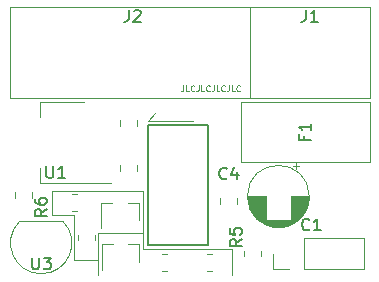
<source format=gto>
%TF.GenerationSoftware,KiCad,Pcbnew,(5.1.5)-3*%
%TF.CreationDate,2021-10-08T15:08:23+02:00*%
%TF.ProjectId,esp01-ws2812b-breakout,65737030-312d-4777-9332-383132622d62,rev?*%
%TF.SameCoordinates,Original*%
%TF.FileFunction,Legend,Top*%
%TF.FilePolarity,Positive*%
%FSLAX46Y46*%
G04 Gerber Fmt 4.6, Leading zero omitted, Abs format (unit mm)*
G04 Created by KiCad (PCBNEW (5.1.5)-3) date 2021-10-08 15:08:23*
%MOMM*%
%LPD*%
G04 APERTURE LIST*
%ADD10C,0.120000*%
%ADD11C,0.100000*%
%ADD12C,0.152400*%
%ADD13C,0.150000*%
G04 APERTURE END LIST*
D10*
X157353000Y-100838000D02*
X159385000Y-100838000D01*
X157353000Y-97028000D02*
X157353000Y-100838000D01*
X155448000Y-97028000D02*
X157353000Y-97028000D01*
X155448000Y-94996000D02*
X155448000Y-97028000D01*
X163195000Y-94996000D02*
X155448000Y-94996000D01*
X163195000Y-98552000D02*
X163195000Y-94996000D01*
X170688000Y-99949000D02*
X170688000Y-102108000D01*
X163195000Y-99949000D02*
X170688000Y-99949000D01*
X163195000Y-98552000D02*
X163195000Y-99949000D01*
X159385000Y-98552000D02*
X163195000Y-98552000D01*
X159385000Y-102108000D02*
X159385000Y-98552000D01*
D11*
X166600476Y-86086190D02*
X166600476Y-86443333D01*
X166576666Y-86514761D01*
X166529047Y-86562380D01*
X166457619Y-86586190D01*
X166410000Y-86586190D01*
X167076666Y-86586190D02*
X166838571Y-86586190D01*
X166838571Y-86086190D01*
X167529047Y-86538571D02*
X167505238Y-86562380D01*
X167433809Y-86586190D01*
X167386190Y-86586190D01*
X167314761Y-86562380D01*
X167267142Y-86514761D01*
X167243333Y-86467142D01*
X167219523Y-86371904D01*
X167219523Y-86300476D01*
X167243333Y-86205238D01*
X167267142Y-86157619D01*
X167314761Y-86110000D01*
X167386190Y-86086190D01*
X167433809Y-86086190D01*
X167505238Y-86110000D01*
X167529047Y-86133809D01*
X167886190Y-86086190D02*
X167886190Y-86443333D01*
X167862380Y-86514761D01*
X167814761Y-86562380D01*
X167743333Y-86586190D01*
X167695714Y-86586190D01*
X168362380Y-86586190D02*
X168124285Y-86586190D01*
X168124285Y-86086190D01*
X168814761Y-86538571D02*
X168790952Y-86562380D01*
X168719523Y-86586190D01*
X168671904Y-86586190D01*
X168600476Y-86562380D01*
X168552857Y-86514761D01*
X168529047Y-86467142D01*
X168505238Y-86371904D01*
X168505238Y-86300476D01*
X168529047Y-86205238D01*
X168552857Y-86157619D01*
X168600476Y-86110000D01*
X168671904Y-86086190D01*
X168719523Y-86086190D01*
X168790952Y-86110000D01*
X168814761Y-86133809D01*
X169171904Y-86086190D02*
X169171904Y-86443333D01*
X169148095Y-86514761D01*
X169100476Y-86562380D01*
X169029047Y-86586190D01*
X168981428Y-86586190D01*
X169648095Y-86586190D02*
X169410000Y-86586190D01*
X169410000Y-86086190D01*
X170100476Y-86538571D02*
X170076666Y-86562380D01*
X170005238Y-86586190D01*
X169957619Y-86586190D01*
X169886190Y-86562380D01*
X169838571Y-86514761D01*
X169814761Y-86467142D01*
X169790952Y-86371904D01*
X169790952Y-86300476D01*
X169814761Y-86205238D01*
X169838571Y-86157619D01*
X169886190Y-86110000D01*
X169957619Y-86086190D01*
X170005238Y-86086190D01*
X170076666Y-86110000D01*
X170100476Y-86133809D01*
X170457619Y-86086190D02*
X170457619Y-86443333D01*
X170433809Y-86514761D01*
X170386190Y-86562380D01*
X170314761Y-86586190D01*
X170267142Y-86586190D01*
X170933809Y-86586190D02*
X170695714Y-86586190D01*
X170695714Y-86086190D01*
X171386190Y-86538571D02*
X171362380Y-86562380D01*
X171290952Y-86586190D01*
X171243333Y-86586190D01*
X171171904Y-86562380D01*
X171124285Y-86514761D01*
X171100476Y-86467142D01*
X171076666Y-86371904D01*
X171076666Y-86300476D01*
X171100476Y-86205238D01*
X171124285Y-86157619D01*
X171171904Y-86110000D01*
X171243333Y-86086190D01*
X171290952Y-86086190D01*
X171362380Y-86110000D01*
X171386190Y-86133809D01*
D12*
%TO.C,U2*%
X163576000Y-99568000D02*
X166116000Y-99568000D01*
X163576000Y-89408000D02*
X163576000Y-99568000D01*
X168656000Y-89408000D02*
X163576000Y-89408000D01*
X168656000Y-97028000D02*
X168656000Y-89408000D01*
X168656000Y-99568000D02*
X168656000Y-97028000D01*
X166116000Y-99568000D02*
X168656000Y-99568000D01*
D10*
X167386000Y-89090500D02*
X163576000Y-89090500D01*
X163576000Y-89090500D02*
X164211000Y-88455500D01*
%TO.C,J1*%
X182372000Y-87185500D02*
X172212000Y-87185500D01*
X172212000Y-87185500D02*
X172212000Y-79438500D01*
X172212000Y-79438500D02*
X182372000Y-79438500D01*
X182372000Y-79438500D02*
X182372000Y-87185500D01*
%TO.C,J2*%
X162052000Y-87185500D02*
X151892000Y-87185500D01*
X151892000Y-87185500D02*
X151892000Y-79438500D01*
X151892000Y-79438500D02*
X162052000Y-79438500D01*
X172212000Y-79438500D02*
X172212000Y-87185500D01*
X162052000Y-79438500D02*
X172212000Y-79438500D01*
X172212000Y-87185500D02*
X162052000Y-87185500D01*
%TO.C,J3*%
X181924000Y-101660000D02*
X181924000Y-99000000D01*
X176784000Y-101660000D02*
X181924000Y-101660000D01*
X176784000Y-99000000D02*
X181924000Y-99000000D01*
X176784000Y-101660000D02*
X176784000Y-99000000D01*
X175514000Y-101660000D02*
X174184000Y-101660000D01*
X174184000Y-101660000D02*
X174184000Y-100330000D01*
%TO.C,U1*%
X154452000Y-87522000D02*
X154452000Y-88782000D01*
X154452000Y-94342000D02*
X154452000Y-93082000D01*
X158212000Y-87522000D02*
X154452000Y-87522000D01*
X160462000Y-94342000D02*
X154452000Y-94342000D01*
%TO.C,U3*%
X156359000Y-97591000D02*
X152759000Y-97591000D01*
X156397478Y-97602522D02*
G75*
G02X154559000Y-102041000I-1838478J-1838478D01*
G01*
X152720522Y-97602522D02*
G75*
G03X154559000Y-102041000I1838478J-1838478D01*
G01*
%TO.C,Q1*%
X162809000Y-96030000D02*
X161879000Y-96030000D01*
X159649000Y-96030000D02*
X160579000Y-96030000D01*
X159649000Y-96030000D02*
X159649000Y-98190000D01*
X162809000Y-96030000D02*
X162809000Y-97490000D01*
%TO.C,Q2*%
X162870000Y-99554000D02*
X162870000Y-101014000D01*
X159710000Y-99554000D02*
X159710000Y-101714000D01*
X159710000Y-99554000D02*
X160640000Y-99554000D01*
X162870000Y-99554000D02*
X161940000Y-99554000D01*
%TO.C,C1*%
X176350000Y-92933225D02*
X175850000Y-92933225D01*
X176100000Y-92683225D02*
X176100000Y-93183225D01*
X174909000Y-98089000D02*
X174341000Y-98089000D01*
X175143000Y-98049000D02*
X174107000Y-98049000D01*
X175302000Y-98009000D02*
X173948000Y-98009000D01*
X175430000Y-97969000D02*
X173820000Y-97969000D01*
X175540000Y-97929000D02*
X173710000Y-97929000D01*
X175636000Y-97889000D02*
X173614000Y-97889000D01*
X175723000Y-97849000D02*
X173527000Y-97849000D01*
X175803000Y-97809000D02*
X173447000Y-97809000D01*
X175876000Y-97769000D02*
X173374000Y-97769000D01*
X175944000Y-97729000D02*
X173306000Y-97729000D01*
X176008000Y-97689000D02*
X173242000Y-97689000D01*
X176068000Y-97649000D02*
X173182000Y-97649000D01*
X176125000Y-97609000D02*
X173125000Y-97609000D01*
X176179000Y-97569000D02*
X173071000Y-97569000D01*
X176230000Y-97529000D02*
X173020000Y-97529000D01*
X173585000Y-97489000D02*
X172972000Y-97489000D01*
X176278000Y-97489000D02*
X175665000Y-97489000D01*
X173585000Y-97449000D02*
X172926000Y-97449000D01*
X176324000Y-97449000D02*
X175665000Y-97449000D01*
X173585000Y-97409000D02*
X172882000Y-97409000D01*
X176368000Y-97409000D02*
X175665000Y-97409000D01*
X173585000Y-97369000D02*
X172840000Y-97369000D01*
X176410000Y-97369000D02*
X175665000Y-97369000D01*
X173585000Y-97329000D02*
X172799000Y-97329000D01*
X176451000Y-97329000D02*
X175665000Y-97329000D01*
X173585000Y-97289000D02*
X172761000Y-97289000D01*
X176489000Y-97289000D02*
X175665000Y-97289000D01*
X173585000Y-97249000D02*
X172724000Y-97249000D01*
X176526000Y-97249000D02*
X175665000Y-97249000D01*
X173585000Y-97209000D02*
X172688000Y-97209000D01*
X176562000Y-97209000D02*
X175665000Y-97209000D01*
X173585000Y-97169000D02*
X172654000Y-97169000D01*
X176596000Y-97169000D02*
X175665000Y-97169000D01*
X173585000Y-97129000D02*
X172621000Y-97129000D01*
X176629000Y-97129000D02*
X175665000Y-97129000D01*
X173585000Y-97089000D02*
X172590000Y-97089000D01*
X176660000Y-97089000D02*
X175665000Y-97089000D01*
X173585000Y-97049000D02*
X172560000Y-97049000D01*
X176690000Y-97049000D02*
X175665000Y-97049000D01*
X173585000Y-97009000D02*
X172530000Y-97009000D01*
X176720000Y-97009000D02*
X175665000Y-97009000D01*
X173585000Y-96969000D02*
X172503000Y-96969000D01*
X176747000Y-96969000D02*
X175665000Y-96969000D01*
X173585000Y-96929000D02*
X172476000Y-96929000D01*
X176774000Y-96929000D02*
X175665000Y-96929000D01*
X173585000Y-96889000D02*
X172450000Y-96889000D01*
X176800000Y-96889000D02*
X175665000Y-96889000D01*
X173585000Y-96849000D02*
X172425000Y-96849000D01*
X176825000Y-96849000D02*
X175665000Y-96849000D01*
X173585000Y-96809000D02*
X172401000Y-96809000D01*
X176849000Y-96809000D02*
X175665000Y-96809000D01*
X173585000Y-96769000D02*
X172378000Y-96769000D01*
X176872000Y-96769000D02*
X175665000Y-96769000D01*
X173585000Y-96729000D02*
X172357000Y-96729000D01*
X176893000Y-96729000D02*
X175665000Y-96729000D01*
X173585000Y-96689000D02*
X172335000Y-96689000D01*
X176915000Y-96689000D02*
X175665000Y-96689000D01*
X173585000Y-96649000D02*
X172315000Y-96649000D01*
X176935000Y-96649000D02*
X175665000Y-96649000D01*
X173585000Y-96609000D02*
X172296000Y-96609000D01*
X176954000Y-96609000D02*
X175665000Y-96609000D01*
X173585000Y-96569000D02*
X172277000Y-96569000D01*
X176973000Y-96569000D02*
X175665000Y-96569000D01*
X173585000Y-96529000D02*
X172260000Y-96529000D01*
X176990000Y-96529000D02*
X175665000Y-96529000D01*
X173585000Y-96489000D02*
X172243000Y-96489000D01*
X177007000Y-96489000D02*
X175665000Y-96489000D01*
X173585000Y-96449000D02*
X172227000Y-96449000D01*
X177023000Y-96449000D02*
X175665000Y-96449000D01*
X173585000Y-96409000D02*
X172211000Y-96409000D01*
X177039000Y-96409000D02*
X175665000Y-96409000D01*
X173585000Y-96369000D02*
X172197000Y-96369000D01*
X177053000Y-96369000D02*
X175665000Y-96369000D01*
X173585000Y-96329000D02*
X172183000Y-96329000D01*
X177067000Y-96329000D02*
X175665000Y-96329000D01*
X173585000Y-96289000D02*
X172170000Y-96289000D01*
X177080000Y-96289000D02*
X175665000Y-96289000D01*
X173585000Y-96249000D02*
X172157000Y-96249000D01*
X177093000Y-96249000D02*
X175665000Y-96249000D01*
X173585000Y-96209000D02*
X172145000Y-96209000D01*
X177105000Y-96209000D02*
X175665000Y-96209000D01*
X173585000Y-96168000D02*
X172134000Y-96168000D01*
X177116000Y-96168000D02*
X175665000Y-96168000D01*
X173585000Y-96128000D02*
X172124000Y-96128000D01*
X177126000Y-96128000D02*
X175665000Y-96128000D01*
X173585000Y-96088000D02*
X172114000Y-96088000D01*
X177136000Y-96088000D02*
X175665000Y-96088000D01*
X173585000Y-96048000D02*
X172105000Y-96048000D01*
X177145000Y-96048000D02*
X175665000Y-96048000D01*
X173585000Y-96008000D02*
X172097000Y-96008000D01*
X177153000Y-96008000D02*
X175665000Y-96008000D01*
X173585000Y-95968000D02*
X172089000Y-95968000D01*
X177161000Y-95968000D02*
X175665000Y-95968000D01*
X173585000Y-95928000D02*
X172082000Y-95928000D01*
X177168000Y-95928000D02*
X175665000Y-95928000D01*
X173585000Y-95888000D02*
X172075000Y-95888000D01*
X177175000Y-95888000D02*
X175665000Y-95888000D01*
X173585000Y-95848000D02*
X172069000Y-95848000D01*
X177181000Y-95848000D02*
X175665000Y-95848000D01*
X173585000Y-95808000D02*
X172064000Y-95808000D01*
X177186000Y-95808000D02*
X175665000Y-95808000D01*
X173585000Y-95768000D02*
X172060000Y-95768000D01*
X177190000Y-95768000D02*
X175665000Y-95768000D01*
X173585000Y-95728000D02*
X172056000Y-95728000D01*
X177194000Y-95728000D02*
X175665000Y-95728000D01*
X173585000Y-95688000D02*
X172052000Y-95688000D01*
X177198000Y-95688000D02*
X175665000Y-95688000D01*
X173585000Y-95648000D02*
X172049000Y-95648000D01*
X177201000Y-95648000D02*
X175665000Y-95648000D01*
X173585000Y-95608000D02*
X172047000Y-95608000D01*
X177203000Y-95608000D02*
X175665000Y-95608000D01*
X173585000Y-95568000D02*
X172046000Y-95568000D01*
X177204000Y-95568000D02*
X175665000Y-95568000D01*
X177205000Y-95528000D02*
X175665000Y-95528000D01*
X173585000Y-95528000D02*
X172045000Y-95528000D01*
X177205000Y-95488000D02*
X175665000Y-95488000D01*
X173585000Y-95488000D02*
X172045000Y-95488000D01*
X177245000Y-95488000D02*
G75*
G03X177245000Y-95488000I-2620000J0D01*
G01*
%TO.C,C2*%
X161190000Y-88998248D02*
X161190000Y-89520752D01*
X162660000Y-88998248D02*
X162660000Y-89520752D01*
%TO.C,C3*%
X162660000Y-93373752D02*
X162660000Y-92851248D01*
X161190000Y-93373752D02*
X161190000Y-92851248D01*
%TO.C,C4*%
X169699000Y-96124752D02*
X169699000Y-95602248D01*
X171169000Y-96124752D02*
X171169000Y-95602248D01*
%TO.C,F1*%
X171436000Y-87493000D02*
X171436000Y-87693000D01*
X173736000Y-87493000D02*
X171436000Y-87493000D01*
X182386000Y-92593000D02*
X180086000Y-92593000D01*
X182386000Y-92393000D02*
X182386000Y-92593000D01*
X180086000Y-92593000D02*
X171436000Y-92593000D01*
X171436000Y-92593000D02*
X171436000Y-87693000D01*
X182386000Y-87493000D02*
X182386000Y-92393000D01*
X173736000Y-87493000D02*
X182386000Y-87493000D01*
%TO.C,R1*%
X157596064Y-95277000D02*
X157141936Y-95277000D01*
X157596064Y-96747000D02*
X157141936Y-96747000D01*
%TO.C,R2*%
X157634000Y-99176064D02*
X157634000Y-98721936D01*
X159104000Y-99176064D02*
X159104000Y-98721936D01*
%TO.C,R3*%
X168571936Y-100357000D02*
X169026064Y-100357000D01*
X168571936Y-101827000D02*
X169026064Y-101827000D01*
%TO.C,R4*%
X164761936Y-101827000D02*
X165216064Y-101827000D01*
X164761936Y-100357000D02*
X165216064Y-100357000D01*
%TO.C,R5*%
X173201000Y-100573064D02*
X173201000Y-100118936D01*
X171731000Y-100573064D02*
X171731000Y-100118936D01*
%TO.C,R6*%
X153770000Y-95149936D02*
X153770000Y-95604064D01*
X152300000Y-95149936D02*
X152300000Y-95604064D01*
%TO.C,J1*%
D13*
X176958666Y-79716380D02*
X176958666Y-80430666D01*
X176911047Y-80573523D01*
X176815809Y-80668761D01*
X176672952Y-80716380D01*
X176577714Y-80716380D01*
X177958666Y-80716380D02*
X177387238Y-80716380D01*
X177672952Y-80716380D02*
X177672952Y-79716380D01*
X177577714Y-79859238D01*
X177482476Y-79954476D01*
X177387238Y-80002095D01*
%TO.C,J2*%
X161972666Y-79716380D02*
X161972666Y-80430666D01*
X161925047Y-80573523D01*
X161829809Y-80668761D01*
X161686952Y-80716380D01*
X161591714Y-80716380D01*
X162401238Y-79811619D02*
X162448857Y-79764000D01*
X162544095Y-79716380D01*
X162782190Y-79716380D01*
X162877428Y-79764000D01*
X162925047Y-79811619D01*
X162972666Y-79906857D01*
X162972666Y-80002095D01*
X162925047Y-80144952D01*
X162353619Y-80716380D01*
X162972666Y-80716380D01*
%TO.C,U1*%
X154990095Y-92924380D02*
X154990095Y-93733904D01*
X155037714Y-93829142D01*
X155085333Y-93876761D01*
X155180571Y-93924380D01*
X155371047Y-93924380D01*
X155466285Y-93876761D01*
X155513904Y-93829142D01*
X155561523Y-93733904D01*
X155561523Y-92924380D01*
X156561523Y-93924380D02*
X155990095Y-93924380D01*
X156275809Y-93924380D02*
X156275809Y-92924380D01*
X156180571Y-93067238D01*
X156085333Y-93162476D01*
X155990095Y-93210095D01*
%TO.C,U3*%
X153797095Y-100671380D02*
X153797095Y-101480904D01*
X153844714Y-101576142D01*
X153892333Y-101623761D01*
X153987571Y-101671380D01*
X154178047Y-101671380D01*
X154273285Y-101623761D01*
X154320904Y-101576142D01*
X154368523Y-101480904D01*
X154368523Y-100671380D01*
X154749476Y-100671380D02*
X155368523Y-100671380D01*
X155035190Y-101052333D01*
X155178047Y-101052333D01*
X155273285Y-101099952D01*
X155320904Y-101147571D01*
X155368523Y-101242809D01*
X155368523Y-101480904D01*
X155320904Y-101576142D01*
X155273285Y-101623761D01*
X155178047Y-101671380D01*
X154892333Y-101671380D01*
X154797095Y-101623761D01*
X154749476Y-101576142D01*
%TO.C,C1*%
X177252333Y-98274142D02*
X177204714Y-98321761D01*
X177061857Y-98369380D01*
X176966619Y-98369380D01*
X176823761Y-98321761D01*
X176728523Y-98226523D01*
X176680904Y-98131285D01*
X176633285Y-97940809D01*
X176633285Y-97797952D01*
X176680904Y-97607476D01*
X176728523Y-97512238D01*
X176823761Y-97417000D01*
X176966619Y-97369380D01*
X177061857Y-97369380D01*
X177204714Y-97417000D01*
X177252333Y-97464619D01*
X178204714Y-98369380D02*
X177633285Y-98369380D01*
X177919000Y-98369380D02*
X177919000Y-97369380D01*
X177823761Y-97512238D01*
X177728523Y-97607476D01*
X177633285Y-97655095D01*
%TO.C,C4*%
X170267333Y-93956142D02*
X170219714Y-94003761D01*
X170076857Y-94051380D01*
X169981619Y-94051380D01*
X169838761Y-94003761D01*
X169743523Y-93908523D01*
X169695904Y-93813285D01*
X169648285Y-93622809D01*
X169648285Y-93479952D01*
X169695904Y-93289476D01*
X169743523Y-93194238D01*
X169838761Y-93099000D01*
X169981619Y-93051380D01*
X170076857Y-93051380D01*
X170219714Y-93099000D01*
X170267333Y-93146619D01*
X171124476Y-93384714D02*
X171124476Y-94051380D01*
X170886380Y-93003761D02*
X170648285Y-93718047D01*
X171267333Y-93718047D01*
%TO.C,F1*%
X176839571Y-90376333D02*
X176839571Y-90709666D01*
X177363380Y-90709666D02*
X176363380Y-90709666D01*
X176363380Y-90233476D01*
X177363380Y-89328714D02*
X177363380Y-89900142D01*
X177363380Y-89614428D02*
X176363380Y-89614428D01*
X176506238Y-89709666D01*
X176601476Y-89804904D01*
X176649095Y-89900142D01*
%TO.C,R5*%
X171521380Y-99099666D02*
X171045190Y-99433000D01*
X171521380Y-99671095D02*
X170521380Y-99671095D01*
X170521380Y-99290142D01*
X170569000Y-99194904D01*
X170616619Y-99147285D01*
X170711857Y-99099666D01*
X170854714Y-99099666D01*
X170949952Y-99147285D01*
X170997571Y-99194904D01*
X171045190Y-99290142D01*
X171045190Y-99671095D01*
X170521380Y-98194904D02*
X170521380Y-98671095D01*
X170997571Y-98718714D01*
X170949952Y-98671095D01*
X170902333Y-98575857D01*
X170902333Y-98337761D01*
X170949952Y-98242523D01*
X170997571Y-98194904D01*
X171092809Y-98147285D01*
X171330904Y-98147285D01*
X171426142Y-98194904D01*
X171473761Y-98242523D01*
X171521380Y-98337761D01*
X171521380Y-98575857D01*
X171473761Y-98671095D01*
X171426142Y-98718714D01*
%TO.C,R6*%
X155011380Y-96559666D02*
X154535190Y-96893000D01*
X155011380Y-97131095D02*
X154011380Y-97131095D01*
X154011380Y-96750142D01*
X154059000Y-96654904D01*
X154106619Y-96607285D01*
X154201857Y-96559666D01*
X154344714Y-96559666D01*
X154439952Y-96607285D01*
X154487571Y-96654904D01*
X154535190Y-96750142D01*
X154535190Y-97131095D01*
X154011380Y-95702523D02*
X154011380Y-95893000D01*
X154059000Y-95988238D01*
X154106619Y-96035857D01*
X154249476Y-96131095D01*
X154439952Y-96178714D01*
X154820904Y-96178714D01*
X154916142Y-96131095D01*
X154963761Y-96083476D01*
X155011380Y-95988238D01*
X155011380Y-95797761D01*
X154963761Y-95702523D01*
X154916142Y-95654904D01*
X154820904Y-95607285D01*
X154582809Y-95607285D01*
X154487571Y-95654904D01*
X154439952Y-95702523D01*
X154392333Y-95797761D01*
X154392333Y-95988238D01*
X154439952Y-96083476D01*
X154487571Y-96131095D01*
X154582809Y-96178714D01*
%TD*%
M02*

</source>
